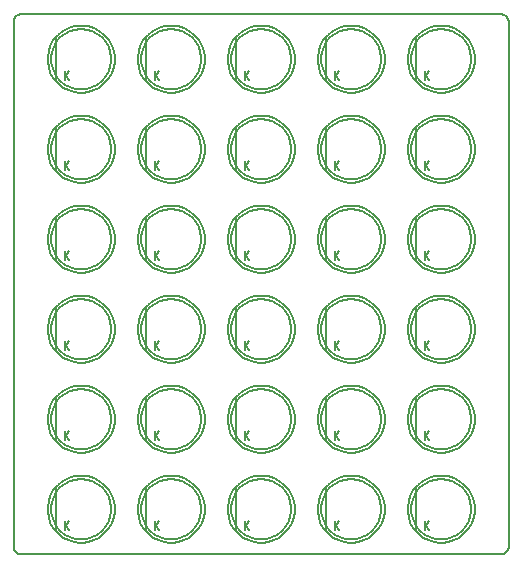
<source format=gto>
G04 PROTEUS GERBER X2 FILE*
%TF.GenerationSoftware,Labcenter,Proteus,8.6-SP2-Build23525*%
%TF.CreationDate,2019-02-04T04:32:53+00:00*%
%TF.FileFunction,Legend,Top*%
%TF.FilePolarity,Positive*%
%TF.Part,Single*%
%FSLAX45Y45*%
%MOMM*%
G01*
%TA.AperFunction,Material*%
%ADD21C,0.203200*%
%TA.AperFunction,Profile*%
%ADD71C,0.203200*%
%TD.AperFunction*%
D21*
X+381000Y+2540000D02*
X+380173Y+2560483D01*
X+373455Y+2601450D01*
X+359437Y+2642417D01*
X+336659Y+2683384D01*
X+301859Y+2724229D01*
X+260892Y+2755845D01*
X+219925Y+2776392D01*
X+178958Y+2788629D01*
X+137991Y+2793762D01*
X+127000Y+2794000D01*
X-127000Y+2540000D02*
X-126173Y+2560483D01*
X-119455Y+2601450D01*
X-105437Y+2642417D01*
X-82659Y+2683384D01*
X-47859Y+2724229D01*
X-6892Y+2755845D01*
X+34075Y+2776392D01*
X+75042Y+2788629D01*
X+116009Y+2793762D01*
X+127000Y+2794000D01*
X-127000Y+2540000D02*
X-126173Y+2519517D01*
X-119455Y+2478550D01*
X-105437Y+2437583D01*
X-82659Y+2396616D01*
X-47859Y+2355771D01*
X-6892Y+2324155D01*
X+34075Y+2303608D01*
X+75042Y+2291371D01*
X+116009Y+2286238D01*
X+127000Y+2286000D01*
X+381000Y+2540000D02*
X+380173Y+2519517D01*
X+373455Y+2478550D01*
X+359437Y+2437583D01*
X+336659Y+2396616D01*
X+301859Y+2355771D01*
X+260892Y+2324155D01*
X+219925Y+2303608D01*
X+178958Y+2291371D01*
X+137991Y+2286238D01*
X+127000Y+2286000D01*
X-88900Y+2717800D02*
X-88900Y+2362200D01*
X+410980Y+2540000D02*
X+410062Y+2562814D01*
X+402609Y+2608443D01*
X+387062Y+2654072D01*
X+361820Y+2699701D01*
X+323278Y+2745231D01*
X+277649Y+2780727D01*
X+232020Y+2803847D01*
X+186391Y+2817700D01*
X+140762Y+2823646D01*
X+127000Y+2823980D01*
X-156980Y+2540000D02*
X-156062Y+2562814D01*
X-148609Y+2608443D01*
X-133062Y+2654072D01*
X-107820Y+2699701D01*
X-69278Y+2745231D01*
X-23649Y+2780727D01*
X+21980Y+2803847D01*
X+67609Y+2817700D01*
X+113238Y+2823646D01*
X+127000Y+2823980D01*
X-156980Y+2540000D02*
X-156062Y+2517186D01*
X-148609Y+2471557D01*
X-133062Y+2425928D01*
X-107820Y+2380299D01*
X-69278Y+2334769D01*
X-23649Y+2299273D01*
X+21980Y+2276153D01*
X+67609Y+2262300D01*
X+113238Y+2256354D01*
X+127000Y+2256020D01*
X+410980Y+2540000D02*
X+410062Y+2517186D01*
X+402609Y+2471557D01*
X+387062Y+2425928D01*
X+361820Y+2380299D01*
X+323278Y+2334769D01*
X+277649Y+2299273D01*
X+232020Y+2276153D01*
X+186391Y+2262300D01*
X+140762Y+2256354D01*
X+127000Y+2256020D01*
X-12700Y+2362200D02*
X-12700Y+2438400D01*
X-12700Y+2387600D02*
X+25400Y+2438400D01*
X+0Y+2400300D02*
X+25400Y+2362200D01*
X+381000Y+1778000D02*
X+380173Y+1798483D01*
X+373455Y+1839450D01*
X+359437Y+1880417D01*
X+336659Y+1921384D01*
X+301859Y+1962229D01*
X+260892Y+1993845D01*
X+219925Y+2014392D01*
X+178958Y+2026629D01*
X+137991Y+2031762D01*
X+127000Y+2032000D01*
X-127000Y+1778000D02*
X-126173Y+1798483D01*
X-119455Y+1839450D01*
X-105437Y+1880417D01*
X-82659Y+1921384D01*
X-47859Y+1962229D01*
X-6892Y+1993845D01*
X+34075Y+2014392D01*
X+75042Y+2026629D01*
X+116009Y+2031762D01*
X+127000Y+2032000D01*
X-127000Y+1778000D02*
X-126173Y+1757517D01*
X-119455Y+1716550D01*
X-105437Y+1675583D01*
X-82659Y+1634616D01*
X-47859Y+1593771D01*
X-6892Y+1562155D01*
X+34075Y+1541608D01*
X+75042Y+1529371D01*
X+116009Y+1524238D01*
X+127000Y+1524000D01*
X+381000Y+1778000D02*
X+380173Y+1757517D01*
X+373455Y+1716550D01*
X+359437Y+1675583D01*
X+336659Y+1634616D01*
X+301859Y+1593771D01*
X+260892Y+1562155D01*
X+219925Y+1541608D01*
X+178958Y+1529371D01*
X+137991Y+1524238D01*
X+127000Y+1524000D01*
X-88900Y+1955800D02*
X-88900Y+1600200D01*
X+410980Y+1778000D02*
X+410062Y+1800814D01*
X+402609Y+1846443D01*
X+387062Y+1892072D01*
X+361820Y+1937701D01*
X+323278Y+1983231D01*
X+277649Y+2018727D01*
X+232020Y+2041847D01*
X+186391Y+2055700D01*
X+140762Y+2061646D01*
X+127000Y+2061980D01*
X-156980Y+1778000D02*
X-156062Y+1800814D01*
X-148609Y+1846443D01*
X-133062Y+1892072D01*
X-107820Y+1937701D01*
X-69278Y+1983231D01*
X-23649Y+2018727D01*
X+21980Y+2041847D01*
X+67609Y+2055700D01*
X+113238Y+2061646D01*
X+127000Y+2061980D01*
X-156980Y+1778000D02*
X-156062Y+1755186D01*
X-148609Y+1709557D01*
X-133062Y+1663928D01*
X-107820Y+1618299D01*
X-69278Y+1572769D01*
X-23649Y+1537273D01*
X+21980Y+1514153D01*
X+67609Y+1500300D01*
X+113238Y+1494354D01*
X+127000Y+1494020D01*
X+410980Y+1778000D02*
X+410062Y+1755186D01*
X+402609Y+1709557D01*
X+387062Y+1663928D01*
X+361820Y+1618299D01*
X+323278Y+1572769D01*
X+277649Y+1537273D01*
X+232020Y+1514153D01*
X+186391Y+1500300D01*
X+140762Y+1494354D01*
X+127000Y+1494020D01*
X-12700Y+1600200D02*
X-12700Y+1676400D01*
X-12700Y+1625600D02*
X+25400Y+1676400D01*
X+0Y+1638300D02*
X+25400Y+1600200D01*
X+381000Y+1016000D02*
X+380173Y+1036483D01*
X+373455Y+1077450D01*
X+359437Y+1118417D01*
X+336659Y+1159384D01*
X+301859Y+1200229D01*
X+260892Y+1231845D01*
X+219925Y+1252392D01*
X+178958Y+1264629D01*
X+137991Y+1269762D01*
X+127000Y+1270000D01*
X-127000Y+1016000D02*
X-126173Y+1036483D01*
X-119455Y+1077450D01*
X-105437Y+1118417D01*
X-82659Y+1159384D01*
X-47859Y+1200229D01*
X-6892Y+1231845D01*
X+34075Y+1252392D01*
X+75042Y+1264629D01*
X+116009Y+1269762D01*
X+127000Y+1270000D01*
X-127000Y+1016000D02*
X-126173Y+995517D01*
X-119455Y+954550D01*
X-105437Y+913583D01*
X-82659Y+872616D01*
X-47859Y+831771D01*
X-6892Y+800155D01*
X+34075Y+779608D01*
X+75042Y+767371D01*
X+116009Y+762238D01*
X+127000Y+762000D01*
X+381000Y+1016000D02*
X+380173Y+995517D01*
X+373455Y+954550D01*
X+359437Y+913583D01*
X+336659Y+872616D01*
X+301859Y+831771D01*
X+260892Y+800155D01*
X+219925Y+779608D01*
X+178958Y+767371D01*
X+137991Y+762238D01*
X+127000Y+762000D01*
X-88900Y+1193800D02*
X-88900Y+838200D01*
X+410980Y+1016000D02*
X+410062Y+1038814D01*
X+402609Y+1084443D01*
X+387062Y+1130072D01*
X+361820Y+1175701D01*
X+323278Y+1221231D01*
X+277649Y+1256727D01*
X+232020Y+1279847D01*
X+186391Y+1293700D01*
X+140762Y+1299646D01*
X+127000Y+1299980D01*
X-156980Y+1016000D02*
X-156062Y+1038814D01*
X-148609Y+1084443D01*
X-133062Y+1130072D01*
X-107820Y+1175701D01*
X-69278Y+1221231D01*
X-23649Y+1256727D01*
X+21980Y+1279847D01*
X+67609Y+1293700D01*
X+113238Y+1299646D01*
X+127000Y+1299980D01*
X-156980Y+1016000D02*
X-156062Y+993186D01*
X-148609Y+947557D01*
X-133062Y+901928D01*
X-107820Y+856299D01*
X-69278Y+810769D01*
X-23649Y+775273D01*
X+21980Y+752153D01*
X+67609Y+738300D01*
X+113238Y+732354D01*
X+127000Y+732020D01*
X+410980Y+1016000D02*
X+410062Y+993186D01*
X+402609Y+947557D01*
X+387062Y+901928D01*
X+361820Y+856299D01*
X+323278Y+810769D01*
X+277649Y+775273D01*
X+232020Y+752153D01*
X+186391Y+738300D01*
X+140762Y+732354D01*
X+127000Y+732020D01*
X-12700Y+838200D02*
X-12700Y+914400D01*
X-12700Y+863600D02*
X+25400Y+914400D01*
X+0Y+876300D02*
X+25400Y+838200D01*
X+381000Y+254000D02*
X+380173Y+274483D01*
X+373455Y+315450D01*
X+359437Y+356417D01*
X+336659Y+397384D01*
X+301859Y+438229D01*
X+260892Y+469845D01*
X+219925Y+490392D01*
X+178958Y+502629D01*
X+137991Y+507762D01*
X+127000Y+508000D01*
X-127000Y+254000D02*
X-126173Y+274483D01*
X-119455Y+315450D01*
X-105437Y+356417D01*
X-82659Y+397384D01*
X-47859Y+438229D01*
X-6892Y+469845D01*
X+34075Y+490392D01*
X+75042Y+502629D01*
X+116009Y+507762D01*
X+127000Y+508000D01*
X-127000Y+254000D02*
X-126173Y+233517D01*
X-119455Y+192550D01*
X-105437Y+151583D01*
X-82659Y+110616D01*
X-47859Y+69771D01*
X-6892Y+38155D01*
X+34075Y+17608D01*
X+75042Y+5371D01*
X+116009Y+238D01*
X+127000Y+0D01*
X+381000Y+254000D02*
X+380173Y+233517D01*
X+373455Y+192550D01*
X+359437Y+151583D01*
X+336659Y+110616D01*
X+301859Y+69771D01*
X+260892Y+38155D01*
X+219925Y+17608D01*
X+178958Y+5371D01*
X+137991Y+238D01*
X+127000Y+0D01*
X-88900Y+431800D02*
X-88900Y+76200D01*
X+410980Y+254000D02*
X+410062Y+276814D01*
X+402609Y+322443D01*
X+387062Y+368072D01*
X+361820Y+413701D01*
X+323278Y+459231D01*
X+277649Y+494727D01*
X+232020Y+517847D01*
X+186391Y+531700D01*
X+140762Y+537646D01*
X+127000Y+537980D01*
X-156980Y+254000D02*
X-156062Y+276814D01*
X-148609Y+322443D01*
X-133062Y+368072D01*
X-107820Y+413701D01*
X-69278Y+459231D01*
X-23649Y+494727D01*
X+21980Y+517847D01*
X+67609Y+531700D01*
X+113238Y+537646D01*
X+127000Y+537980D01*
X-156980Y+254000D02*
X-156062Y+231186D01*
X-148609Y+185557D01*
X-133062Y+139928D01*
X-107820Y+94299D01*
X-69278Y+48769D01*
X-23649Y+13273D01*
X+21980Y-9847D01*
X+67609Y-23700D01*
X+113238Y-29646D01*
X+127000Y-29980D01*
X+410980Y+254000D02*
X+410062Y+231186D01*
X+402609Y+185557D01*
X+387062Y+139928D01*
X+361820Y+94299D01*
X+323278Y+48769D01*
X+277649Y+13273D01*
X+232020Y-9847D01*
X+186391Y-23700D01*
X+140762Y-29646D01*
X+127000Y-29980D01*
X-12700Y+76200D02*
X-12700Y+152400D01*
X-12700Y+101600D02*
X+25400Y+152400D01*
X+0Y+114300D02*
X+25400Y+76200D01*
X+381000Y-508000D02*
X+380173Y-487517D01*
X+373455Y-446550D01*
X+359437Y-405583D01*
X+336659Y-364616D01*
X+301859Y-323771D01*
X+260892Y-292155D01*
X+219925Y-271608D01*
X+178958Y-259371D01*
X+137991Y-254238D01*
X+127000Y-254000D01*
X-127000Y-508000D02*
X-126173Y-487517D01*
X-119455Y-446550D01*
X-105437Y-405583D01*
X-82659Y-364616D01*
X-47859Y-323771D01*
X-6892Y-292155D01*
X+34075Y-271608D01*
X+75042Y-259371D01*
X+116009Y-254238D01*
X+127000Y-254000D01*
X-127000Y-508000D02*
X-126173Y-528483D01*
X-119455Y-569450D01*
X-105437Y-610417D01*
X-82659Y-651384D01*
X-47859Y-692229D01*
X-6892Y-723845D01*
X+34075Y-744392D01*
X+75042Y-756629D01*
X+116009Y-761762D01*
X+127000Y-762000D01*
X+381000Y-508000D02*
X+380173Y-528483D01*
X+373455Y-569450D01*
X+359437Y-610417D01*
X+336659Y-651384D01*
X+301859Y-692229D01*
X+260892Y-723845D01*
X+219925Y-744392D01*
X+178958Y-756629D01*
X+137991Y-761762D01*
X+127000Y-762000D01*
X-88900Y-330200D02*
X-88900Y-685800D01*
X+410980Y-508000D02*
X+410062Y-485186D01*
X+402609Y-439557D01*
X+387062Y-393928D01*
X+361820Y-348299D01*
X+323278Y-302769D01*
X+277649Y-267273D01*
X+232020Y-244153D01*
X+186391Y-230300D01*
X+140762Y-224354D01*
X+127000Y-224020D01*
X-156980Y-508000D02*
X-156062Y-485186D01*
X-148609Y-439557D01*
X-133062Y-393928D01*
X-107820Y-348299D01*
X-69278Y-302769D01*
X-23649Y-267273D01*
X+21980Y-244153D01*
X+67609Y-230300D01*
X+113238Y-224354D01*
X+127000Y-224020D01*
X-156980Y-508000D02*
X-156062Y-530814D01*
X-148609Y-576443D01*
X-133062Y-622072D01*
X-107820Y-667701D01*
X-69278Y-713231D01*
X-23649Y-748727D01*
X+21980Y-771847D01*
X+67609Y-785700D01*
X+113238Y-791646D01*
X+127000Y-791980D01*
X+410980Y-508000D02*
X+410062Y-530814D01*
X+402609Y-576443D01*
X+387062Y-622072D01*
X+361820Y-667701D01*
X+323278Y-713231D01*
X+277649Y-748727D01*
X+232020Y-771847D01*
X+186391Y-785700D01*
X+140762Y-791646D01*
X+127000Y-791980D01*
X-12700Y-685800D02*
X-12700Y-609600D01*
X-12700Y-660400D02*
X+25400Y-609600D01*
X+0Y-647700D02*
X+25400Y-685800D01*
X+381000Y-1270000D02*
X+380173Y-1249517D01*
X+373455Y-1208550D01*
X+359437Y-1167583D01*
X+336659Y-1126616D01*
X+301859Y-1085771D01*
X+260892Y-1054155D01*
X+219925Y-1033608D01*
X+178958Y-1021371D01*
X+137991Y-1016238D01*
X+127000Y-1016000D01*
X-127000Y-1270000D02*
X-126173Y-1249517D01*
X-119455Y-1208550D01*
X-105437Y-1167583D01*
X-82659Y-1126616D01*
X-47859Y-1085771D01*
X-6892Y-1054155D01*
X+34075Y-1033608D01*
X+75042Y-1021371D01*
X+116009Y-1016238D01*
X+127000Y-1016000D01*
X-127000Y-1270000D02*
X-126173Y-1290483D01*
X-119455Y-1331450D01*
X-105437Y-1372417D01*
X-82659Y-1413384D01*
X-47859Y-1454229D01*
X-6892Y-1485845D01*
X+34075Y-1506392D01*
X+75042Y-1518629D01*
X+116009Y-1523762D01*
X+127000Y-1524000D01*
X+381000Y-1270000D02*
X+380173Y-1290483D01*
X+373455Y-1331450D01*
X+359437Y-1372417D01*
X+336659Y-1413384D01*
X+301859Y-1454229D01*
X+260892Y-1485845D01*
X+219925Y-1506392D01*
X+178958Y-1518629D01*
X+137991Y-1523762D01*
X+127000Y-1524000D01*
X-88900Y-1092200D02*
X-88900Y-1447800D01*
X+410980Y-1270000D02*
X+410062Y-1247186D01*
X+402609Y-1201557D01*
X+387062Y-1155928D01*
X+361820Y-1110299D01*
X+323278Y-1064769D01*
X+277649Y-1029273D01*
X+232020Y-1006153D01*
X+186391Y-992300D01*
X+140762Y-986354D01*
X+127000Y-986020D01*
X-156980Y-1270000D02*
X-156062Y-1247186D01*
X-148609Y-1201557D01*
X-133062Y-1155928D01*
X-107820Y-1110299D01*
X-69278Y-1064769D01*
X-23649Y-1029273D01*
X+21980Y-1006153D01*
X+67609Y-992300D01*
X+113238Y-986354D01*
X+127000Y-986020D01*
X-156980Y-1270000D02*
X-156062Y-1292814D01*
X-148609Y-1338443D01*
X-133062Y-1384072D01*
X-107820Y-1429701D01*
X-69278Y-1475231D01*
X-23649Y-1510727D01*
X+21980Y-1533847D01*
X+67609Y-1547700D01*
X+113238Y-1553646D01*
X+127000Y-1553980D01*
X+410980Y-1270000D02*
X+410062Y-1292814D01*
X+402609Y-1338443D01*
X+387062Y-1384072D01*
X+361820Y-1429701D01*
X+323278Y-1475231D01*
X+277649Y-1510727D01*
X+232020Y-1533847D01*
X+186391Y-1547700D01*
X+140762Y-1553646D01*
X+127000Y-1553980D01*
X-12700Y-1447800D02*
X-12700Y-1371600D01*
X-12700Y-1422400D02*
X+25400Y-1371600D01*
X+0Y-1409700D02*
X+25400Y-1447800D01*
X+1143000Y+2540000D02*
X+1142173Y+2560483D01*
X+1135455Y+2601450D01*
X+1121437Y+2642417D01*
X+1098659Y+2683384D01*
X+1063859Y+2724229D01*
X+1022892Y+2755845D01*
X+981925Y+2776392D01*
X+940958Y+2788629D01*
X+899991Y+2793762D01*
X+889000Y+2794000D01*
X+635000Y+2540000D02*
X+635827Y+2560483D01*
X+642545Y+2601450D01*
X+656563Y+2642417D01*
X+679341Y+2683384D01*
X+714141Y+2724229D01*
X+755108Y+2755845D01*
X+796075Y+2776392D01*
X+837042Y+2788629D01*
X+878009Y+2793762D01*
X+889000Y+2794000D01*
X+635000Y+2540000D02*
X+635827Y+2519517D01*
X+642545Y+2478550D01*
X+656563Y+2437583D01*
X+679341Y+2396616D01*
X+714141Y+2355771D01*
X+755108Y+2324155D01*
X+796075Y+2303608D01*
X+837042Y+2291371D01*
X+878009Y+2286238D01*
X+889000Y+2286000D01*
X+1143000Y+2540000D02*
X+1142173Y+2519517D01*
X+1135455Y+2478550D01*
X+1121437Y+2437583D01*
X+1098659Y+2396616D01*
X+1063859Y+2355771D01*
X+1022892Y+2324155D01*
X+981925Y+2303608D01*
X+940958Y+2291371D01*
X+899991Y+2286238D01*
X+889000Y+2286000D01*
X+673100Y+2717800D02*
X+673100Y+2362200D01*
X+1172980Y+2540000D02*
X+1172062Y+2562814D01*
X+1164609Y+2608443D01*
X+1149062Y+2654072D01*
X+1123820Y+2699701D01*
X+1085278Y+2745231D01*
X+1039649Y+2780727D01*
X+994020Y+2803847D01*
X+948391Y+2817700D01*
X+902762Y+2823646D01*
X+889000Y+2823980D01*
X+605020Y+2540000D02*
X+605938Y+2562814D01*
X+613391Y+2608443D01*
X+628938Y+2654072D01*
X+654180Y+2699701D01*
X+692722Y+2745231D01*
X+738351Y+2780727D01*
X+783980Y+2803847D01*
X+829609Y+2817700D01*
X+875238Y+2823646D01*
X+889000Y+2823980D01*
X+605020Y+2540000D02*
X+605938Y+2517186D01*
X+613391Y+2471557D01*
X+628938Y+2425928D01*
X+654180Y+2380299D01*
X+692722Y+2334769D01*
X+738351Y+2299273D01*
X+783980Y+2276153D01*
X+829609Y+2262300D01*
X+875238Y+2256354D01*
X+889000Y+2256020D01*
X+1172980Y+2540000D02*
X+1172062Y+2517186D01*
X+1164609Y+2471557D01*
X+1149062Y+2425928D01*
X+1123820Y+2380299D01*
X+1085278Y+2334769D01*
X+1039649Y+2299273D01*
X+994020Y+2276153D01*
X+948391Y+2262300D01*
X+902762Y+2256354D01*
X+889000Y+2256020D01*
X+749300Y+2362200D02*
X+749300Y+2438400D01*
X+749300Y+2387600D02*
X+787400Y+2438400D01*
X+762000Y+2400300D02*
X+787400Y+2362200D01*
X+1143000Y+1778000D02*
X+1142173Y+1798483D01*
X+1135455Y+1839450D01*
X+1121437Y+1880417D01*
X+1098659Y+1921384D01*
X+1063859Y+1962229D01*
X+1022892Y+1993845D01*
X+981925Y+2014392D01*
X+940958Y+2026629D01*
X+899991Y+2031762D01*
X+889000Y+2032000D01*
X+635000Y+1778000D02*
X+635827Y+1798483D01*
X+642545Y+1839450D01*
X+656563Y+1880417D01*
X+679341Y+1921384D01*
X+714141Y+1962229D01*
X+755108Y+1993845D01*
X+796075Y+2014392D01*
X+837042Y+2026629D01*
X+878009Y+2031762D01*
X+889000Y+2032000D01*
X+635000Y+1778000D02*
X+635827Y+1757517D01*
X+642545Y+1716550D01*
X+656563Y+1675583D01*
X+679341Y+1634616D01*
X+714141Y+1593771D01*
X+755108Y+1562155D01*
X+796075Y+1541608D01*
X+837042Y+1529371D01*
X+878009Y+1524238D01*
X+889000Y+1524000D01*
X+1143000Y+1778000D02*
X+1142173Y+1757517D01*
X+1135455Y+1716550D01*
X+1121437Y+1675583D01*
X+1098659Y+1634616D01*
X+1063859Y+1593771D01*
X+1022892Y+1562155D01*
X+981925Y+1541608D01*
X+940958Y+1529371D01*
X+899991Y+1524238D01*
X+889000Y+1524000D01*
X+673100Y+1955800D02*
X+673100Y+1600200D01*
X+1172980Y+1778000D02*
X+1172062Y+1800814D01*
X+1164609Y+1846443D01*
X+1149062Y+1892072D01*
X+1123820Y+1937701D01*
X+1085278Y+1983231D01*
X+1039649Y+2018727D01*
X+994020Y+2041847D01*
X+948391Y+2055700D01*
X+902762Y+2061646D01*
X+889000Y+2061980D01*
X+605020Y+1778000D02*
X+605938Y+1800814D01*
X+613391Y+1846443D01*
X+628938Y+1892072D01*
X+654180Y+1937701D01*
X+692722Y+1983231D01*
X+738351Y+2018727D01*
X+783980Y+2041847D01*
X+829609Y+2055700D01*
X+875238Y+2061646D01*
X+889000Y+2061980D01*
X+605020Y+1778000D02*
X+605938Y+1755186D01*
X+613391Y+1709557D01*
X+628938Y+1663928D01*
X+654180Y+1618299D01*
X+692722Y+1572769D01*
X+738351Y+1537273D01*
X+783980Y+1514153D01*
X+829609Y+1500300D01*
X+875238Y+1494354D01*
X+889000Y+1494020D01*
X+1172980Y+1778000D02*
X+1172062Y+1755186D01*
X+1164609Y+1709557D01*
X+1149062Y+1663928D01*
X+1123820Y+1618299D01*
X+1085278Y+1572769D01*
X+1039649Y+1537273D01*
X+994020Y+1514153D01*
X+948391Y+1500300D01*
X+902762Y+1494354D01*
X+889000Y+1494020D01*
X+749300Y+1600200D02*
X+749300Y+1676400D01*
X+749300Y+1625600D02*
X+787400Y+1676400D01*
X+762000Y+1638300D02*
X+787400Y+1600200D01*
X+1143000Y+1016000D02*
X+1142173Y+1036483D01*
X+1135455Y+1077450D01*
X+1121437Y+1118417D01*
X+1098659Y+1159384D01*
X+1063859Y+1200229D01*
X+1022892Y+1231845D01*
X+981925Y+1252392D01*
X+940958Y+1264629D01*
X+899991Y+1269762D01*
X+889000Y+1270000D01*
X+635000Y+1016000D02*
X+635827Y+1036483D01*
X+642545Y+1077450D01*
X+656563Y+1118417D01*
X+679341Y+1159384D01*
X+714141Y+1200229D01*
X+755108Y+1231845D01*
X+796075Y+1252392D01*
X+837042Y+1264629D01*
X+878009Y+1269762D01*
X+889000Y+1270000D01*
X+635000Y+1016000D02*
X+635827Y+995517D01*
X+642545Y+954550D01*
X+656563Y+913583D01*
X+679341Y+872616D01*
X+714141Y+831771D01*
X+755108Y+800155D01*
X+796075Y+779608D01*
X+837042Y+767371D01*
X+878009Y+762238D01*
X+889000Y+762000D01*
X+1143000Y+1016000D02*
X+1142173Y+995517D01*
X+1135455Y+954550D01*
X+1121437Y+913583D01*
X+1098659Y+872616D01*
X+1063859Y+831771D01*
X+1022892Y+800155D01*
X+981925Y+779608D01*
X+940958Y+767371D01*
X+899991Y+762238D01*
X+889000Y+762000D01*
X+673100Y+1193800D02*
X+673100Y+838200D01*
X+1172980Y+1016000D02*
X+1172062Y+1038814D01*
X+1164609Y+1084443D01*
X+1149062Y+1130072D01*
X+1123820Y+1175701D01*
X+1085278Y+1221231D01*
X+1039649Y+1256727D01*
X+994020Y+1279847D01*
X+948391Y+1293700D01*
X+902762Y+1299646D01*
X+889000Y+1299980D01*
X+605020Y+1016000D02*
X+605938Y+1038814D01*
X+613391Y+1084443D01*
X+628938Y+1130072D01*
X+654180Y+1175701D01*
X+692722Y+1221231D01*
X+738351Y+1256727D01*
X+783980Y+1279847D01*
X+829609Y+1293700D01*
X+875238Y+1299646D01*
X+889000Y+1299980D01*
X+605020Y+1016000D02*
X+605938Y+993186D01*
X+613391Y+947557D01*
X+628938Y+901928D01*
X+654180Y+856299D01*
X+692722Y+810769D01*
X+738351Y+775273D01*
X+783980Y+752153D01*
X+829609Y+738300D01*
X+875238Y+732354D01*
X+889000Y+732020D01*
X+1172980Y+1016000D02*
X+1172062Y+993186D01*
X+1164609Y+947557D01*
X+1149062Y+901928D01*
X+1123820Y+856299D01*
X+1085278Y+810769D01*
X+1039649Y+775273D01*
X+994020Y+752153D01*
X+948391Y+738300D01*
X+902762Y+732354D01*
X+889000Y+732020D01*
X+749300Y+838200D02*
X+749300Y+914400D01*
X+749300Y+863600D02*
X+787400Y+914400D01*
X+762000Y+876300D02*
X+787400Y+838200D01*
X+1143000Y+254000D02*
X+1142173Y+274483D01*
X+1135455Y+315450D01*
X+1121437Y+356417D01*
X+1098659Y+397384D01*
X+1063859Y+438229D01*
X+1022892Y+469845D01*
X+981925Y+490392D01*
X+940958Y+502629D01*
X+899991Y+507762D01*
X+889000Y+508000D01*
X+635000Y+254000D02*
X+635827Y+274483D01*
X+642545Y+315450D01*
X+656563Y+356417D01*
X+679341Y+397384D01*
X+714141Y+438229D01*
X+755108Y+469845D01*
X+796075Y+490392D01*
X+837042Y+502629D01*
X+878009Y+507762D01*
X+889000Y+508000D01*
X+635000Y+254000D02*
X+635827Y+233517D01*
X+642545Y+192550D01*
X+656563Y+151583D01*
X+679341Y+110616D01*
X+714141Y+69771D01*
X+755108Y+38155D01*
X+796075Y+17608D01*
X+837042Y+5371D01*
X+878009Y+238D01*
X+889000Y+0D01*
X+1143000Y+254000D02*
X+1142173Y+233517D01*
X+1135455Y+192550D01*
X+1121437Y+151583D01*
X+1098659Y+110616D01*
X+1063859Y+69771D01*
X+1022892Y+38155D01*
X+981925Y+17608D01*
X+940958Y+5371D01*
X+899991Y+238D01*
X+889000Y+0D01*
X+673100Y+431800D02*
X+673100Y+76200D01*
X+1172980Y+254000D02*
X+1172062Y+276814D01*
X+1164609Y+322443D01*
X+1149062Y+368072D01*
X+1123820Y+413701D01*
X+1085278Y+459231D01*
X+1039649Y+494727D01*
X+994020Y+517847D01*
X+948391Y+531700D01*
X+902762Y+537646D01*
X+889000Y+537980D01*
X+605020Y+254000D02*
X+605938Y+276814D01*
X+613391Y+322443D01*
X+628938Y+368072D01*
X+654180Y+413701D01*
X+692722Y+459231D01*
X+738351Y+494727D01*
X+783980Y+517847D01*
X+829609Y+531700D01*
X+875238Y+537646D01*
X+889000Y+537980D01*
X+605020Y+254000D02*
X+605938Y+231186D01*
X+613391Y+185557D01*
X+628938Y+139928D01*
X+654180Y+94299D01*
X+692722Y+48769D01*
X+738351Y+13273D01*
X+783980Y-9847D01*
X+829609Y-23700D01*
X+875238Y-29646D01*
X+889000Y-29980D01*
X+1172980Y+254000D02*
X+1172062Y+231186D01*
X+1164609Y+185557D01*
X+1149062Y+139928D01*
X+1123820Y+94299D01*
X+1085278Y+48769D01*
X+1039649Y+13273D01*
X+994020Y-9847D01*
X+948391Y-23700D01*
X+902762Y-29646D01*
X+889000Y-29980D01*
X+749300Y+76200D02*
X+749300Y+152400D01*
X+749300Y+101600D02*
X+787400Y+152400D01*
X+762000Y+114300D02*
X+787400Y+76200D01*
X+1143000Y-508000D02*
X+1142173Y-487517D01*
X+1135455Y-446550D01*
X+1121437Y-405583D01*
X+1098659Y-364616D01*
X+1063859Y-323771D01*
X+1022892Y-292155D01*
X+981925Y-271608D01*
X+940958Y-259371D01*
X+899991Y-254238D01*
X+889000Y-254000D01*
X+635000Y-508000D02*
X+635827Y-487517D01*
X+642545Y-446550D01*
X+656563Y-405583D01*
X+679341Y-364616D01*
X+714141Y-323771D01*
X+755108Y-292155D01*
X+796075Y-271608D01*
X+837042Y-259371D01*
X+878009Y-254238D01*
X+889000Y-254000D01*
X+635000Y-508000D02*
X+635827Y-528483D01*
X+642545Y-569450D01*
X+656563Y-610417D01*
X+679341Y-651384D01*
X+714141Y-692229D01*
X+755108Y-723845D01*
X+796075Y-744392D01*
X+837042Y-756629D01*
X+878009Y-761762D01*
X+889000Y-762000D01*
X+1143000Y-508000D02*
X+1142173Y-528483D01*
X+1135455Y-569450D01*
X+1121437Y-610417D01*
X+1098659Y-651384D01*
X+1063859Y-692229D01*
X+1022892Y-723845D01*
X+981925Y-744392D01*
X+940958Y-756629D01*
X+899991Y-761762D01*
X+889000Y-762000D01*
X+673100Y-330200D02*
X+673100Y-685800D01*
X+1172980Y-508000D02*
X+1172062Y-485186D01*
X+1164609Y-439557D01*
X+1149062Y-393928D01*
X+1123820Y-348299D01*
X+1085278Y-302769D01*
X+1039649Y-267273D01*
X+994020Y-244153D01*
X+948391Y-230300D01*
X+902762Y-224354D01*
X+889000Y-224020D01*
X+605020Y-508000D02*
X+605938Y-485186D01*
X+613391Y-439557D01*
X+628938Y-393928D01*
X+654180Y-348299D01*
X+692722Y-302769D01*
X+738351Y-267273D01*
X+783980Y-244153D01*
X+829609Y-230300D01*
X+875238Y-224354D01*
X+889000Y-224020D01*
X+605020Y-508000D02*
X+605938Y-530814D01*
X+613391Y-576443D01*
X+628938Y-622072D01*
X+654180Y-667701D01*
X+692722Y-713231D01*
X+738351Y-748727D01*
X+783980Y-771847D01*
X+829609Y-785700D01*
X+875238Y-791646D01*
X+889000Y-791980D01*
X+1172980Y-508000D02*
X+1172062Y-530814D01*
X+1164609Y-576443D01*
X+1149062Y-622072D01*
X+1123820Y-667701D01*
X+1085278Y-713231D01*
X+1039649Y-748727D01*
X+994020Y-771847D01*
X+948391Y-785700D01*
X+902762Y-791646D01*
X+889000Y-791980D01*
X+749300Y-685800D02*
X+749300Y-609600D01*
X+749300Y-660400D02*
X+787400Y-609600D01*
X+762000Y-647700D02*
X+787400Y-685800D01*
X+1143000Y-1270000D02*
X+1142173Y-1249517D01*
X+1135455Y-1208550D01*
X+1121437Y-1167583D01*
X+1098659Y-1126616D01*
X+1063859Y-1085771D01*
X+1022892Y-1054155D01*
X+981925Y-1033608D01*
X+940958Y-1021371D01*
X+899991Y-1016238D01*
X+889000Y-1016000D01*
X+635000Y-1270000D02*
X+635827Y-1249517D01*
X+642545Y-1208550D01*
X+656563Y-1167583D01*
X+679341Y-1126616D01*
X+714141Y-1085771D01*
X+755108Y-1054155D01*
X+796075Y-1033608D01*
X+837042Y-1021371D01*
X+878009Y-1016238D01*
X+889000Y-1016000D01*
X+635000Y-1270000D02*
X+635827Y-1290483D01*
X+642545Y-1331450D01*
X+656563Y-1372417D01*
X+679341Y-1413384D01*
X+714141Y-1454229D01*
X+755108Y-1485845D01*
X+796075Y-1506392D01*
X+837042Y-1518629D01*
X+878009Y-1523762D01*
X+889000Y-1524000D01*
X+1143000Y-1270000D02*
X+1142173Y-1290483D01*
X+1135455Y-1331450D01*
X+1121437Y-1372417D01*
X+1098659Y-1413384D01*
X+1063859Y-1454229D01*
X+1022892Y-1485845D01*
X+981925Y-1506392D01*
X+940958Y-1518629D01*
X+899991Y-1523762D01*
X+889000Y-1524000D01*
X+673100Y-1092200D02*
X+673100Y-1447800D01*
X+1172980Y-1270000D02*
X+1172062Y-1247186D01*
X+1164609Y-1201557D01*
X+1149062Y-1155928D01*
X+1123820Y-1110299D01*
X+1085278Y-1064769D01*
X+1039649Y-1029273D01*
X+994020Y-1006153D01*
X+948391Y-992300D01*
X+902762Y-986354D01*
X+889000Y-986020D01*
X+605020Y-1270000D02*
X+605938Y-1247186D01*
X+613391Y-1201557D01*
X+628938Y-1155928D01*
X+654180Y-1110299D01*
X+692722Y-1064769D01*
X+738351Y-1029273D01*
X+783980Y-1006153D01*
X+829609Y-992300D01*
X+875238Y-986354D01*
X+889000Y-986020D01*
X+605020Y-1270000D02*
X+605938Y-1292814D01*
X+613391Y-1338443D01*
X+628938Y-1384072D01*
X+654180Y-1429701D01*
X+692722Y-1475231D01*
X+738351Y-1510727D01*
X+783980Y-1533847D01*
X+829609Y-1547700D01*
X+875238Y-1553646D01*
X+889000Y-1553980D01*
X+1172980Y-1270000D02*
X+1172062Y-1292814D01*
X+1164609Y-1338443D01*
X+1149062Y-1384072D01*
X+1123820Y-1429701D01*
X+1085278Y-1475231D01*
X+1039649Y-1510727D01*
X+994020Y-1533847D01*
X+948391Y-1547700D01*
X+902762Y-1553646D01*
X+889000Y-1553980D01*
X+749300Y-1447800D02*
X+749300Y-1371600D01*
X+749300Y-1422400D02*
X+787400Y-1371600D01*
X+762000Y-1409700D02*
X+787400Y-1447800D01*
X+1905000Y+2540000D02*
X+1904173Y+2560483D01*
X+1897455Y+2601450D01*
X+1883437Y+2642417D01*
X+1860659Y+2683384D01*
X+1825859Y+2724229D01*
X+1784892Y+2755845D01*
X+1743925Y+2776392D01*
X+1702958Y+2788629D01*
X+1661991Y+2793762D01*
X+1651000Y+2794000D01*
X+1397000Y+2540000D02*
X+1397827Y+2560483D01*
X+1404545Y+2601450D01*
X+1418563Y+2642417D01*
X+1441341Y+2683384D01*
X+1476141Y+2724229D01*
X+1517108Y+2755845D01*
X+1558075Y+2776392D01*
X+1599042Y+2788629D01*
X+1640009Y+2793762D01*
X+1651000Y+2794000D01*
X+1397000Y+2540000D02*
X+1397827Y+2519517D01*
X+1404545Y+2478550D01*
X+1418563Y+2437583D01*
X+1441341Y+2396616D01*
X+1476141Y+2355771D01*
X+1517108Y+2324155D01*
X+1558075Y+2303608D01*
X+1599042Y+2291371D01*
X+1640009Y+2286238D01*
X+1651000Y+2286000D01*
X+1905000Y+2540000D02*
X+1904173Y+2519517D01*
X+1897455Y+2478550D01*
X+1883437Y+2437583D01*
X+1860659Y+2396616D01*
X+1825859Y+2355771D01*
X+1784892Y+2324155D01*
X+1743925Y+2303608D01*
X+1702958Y+2291371D01*
X+1661991Y+2286238D01*
X+1651000Y+2286000D01*
X+1435100Y+2717800D02*
X+1435100Y+2362200D01*
X+1934980Y+2540000D02*
X+1934062Y+2562814D01*
X+1926609Y+2608443D01*
X+1911062Y+2654072D01*
X+1885820Y+2699701D01*
X+1847278Y+2745231D01*
X+1801649Y+2780727D01*
X+1756020Y+2803847D01*
X+1710391Y+2817700D01*
X+1664762Y+2823646D01*
X+1651000Y+2823980D01*
X+1367020Y+2540000D02*
X+1367938Y+2562814D01*
X+1375391Y+2608443D01*
X+1390938Y+2654072D01*
X+1416180Y+2699701D01*
X+1454722Y+2745231D01*
X+1500351Y+2780727D01*
X+1545980Y+2803847D01*
X+1591609Y+2817700D01*
X+1637238Y+2823646D01*
X+1651000Y+2823980D01*
X+1367020Y+2540000D02*
X+1367938Y+2517186D01*
X+1375391Y+2471557D01*
X+1390938Y+2425928D01*
X+1416180Y+2380299D01*
X+1454722Y+2334769D01*
X+1500351Y+2299273D01*
X+1545980Y+2276153D01*
X+1591609Y+2262300D01*
X+1637238Y+2256354D01*
X+1651000Y+2256020D01*
X+1934980Y+2540000D02*
X+1934062Y+2517186D01*
X+1926609Y+2471557D01*
X+1911062Y+2425928D01*
X+1885820Y+2380299D01*
X+1847278Y+2334769D01*
X+1801649Y+2299273D01*
X+1756020Y+2276153D01*
X+1710391Y+2262300D01*
X+1664762Y+2256354D01*
X+1651000Y+2256020D01*
X+1511300Y+2362200D02*
X+1511300Y+2438400D01*
X+1511300Y+2387600D02*
X+1549400Y+2438400D01*
X+1524000Y+2400300D02*
X+1549400Y+2362200D01*
X+1905000Y+1778000D02*
X+1904173Y+1798483D01*
X+1897455Y+1839450D01*
X+1883437Y+1880417D01*
X+1860659Y+1921384D01*
X+1825859Y+1962229D01*
X+1784892Y+1993845D01*
X+1743925Y+2014392D01*
X+1702958Y+2026629D01*
X+1661991Y+2031762D01*
X+1651000Y+2032000D01*
X+1397000Y+1778000D02*
X+1397827Y+1798483D01*
X+1404545Y+1839450D01*
X+1418563Y+1880417D01*
X+1441341Y+1921384D01*
X+1476141Y+1962229D01*
X+1517108Y+1993845D01*
X+1558075Y+2014392D01*
X+1599042Y+2026629D01*
X+1640009Y+2031762D01*
X+1651000Y+2032000D01*
X+1397000Y+1778000D02*
X+1397827Y+1757517D01*
X+1404545Y+1716550D01*
X+1418563Y+1675583D01*
X+1441341Y+1634616D01*
X+1476141Y+1593771D01*
X+1517108Y+1562155D01*
X+1558075Y+1541608D01*
X+1599042Y+1529371D01*
X+1640009Y+1524238D01*
X+1651000Y+1524000D01*
X+1905000Y+1778000D02*
X+1904173Y+1757517D01*
X+1897455Y+1716550D01*
X+1883437Y+1675583D01*
X+1860659Y+1634616D01*
X+1825859Y+1593771D01*
X+1784892Y+1562155D01*
X+1743925Y+1541608D01*
X+1702958Y+1529371D01*
X+1661991Y+1524238D01*
X+1651000Y+1524000D01*
X+1435100Y+1955800D02*
X+1435100Y+1600200D01*
X+1934980Y+1778000D02*
X+1934062Y+1800814D01*
X+1926609Y+1846443D01*
X+1911062Y+1892072D01*
X+1885820Y+1937701D01*
X+1847278Y+1983231D01*
X+1801649Y+2018727D01*
X+1756020Y+2041847D01*
X+1710391Y+2055700D01*
X+1664762Y+2061646D01*
X+1651000Y+2061980D01*
X+1367020Y+1778000D02*
X+1367938Y+1800814D01*
X+1375391Y+1846443D01*
X+1390938Y+1892072D01*
X+1416180Y+1937701D01*
X+1454722Y+1983231D01*
X+1500351Y+2018727D01*
X+1545980Y+2041847D01*
X+1591609Y+2055700D01*
X+1637238Y+2061646D01*
X+1651000Y+2061980D01*
X+1367020Y+1778000D02*
X+1367938Y+1755186D01*
X+1375391Y+1709557D01*
X+1390938Y+1663928D01*
X+1416180Y+1618299D01*
X+1454722Y+1572769D01*
X+1500351Y+1537273D01*
X+1545980Y+1514153D01*
X+1591609Y+1500300D01*
X+1637238Y+1494354D01*
X+1651000Y+1494020D01*
X+1934980Y+1778000D02*
X+1934062Y+1755186D01*
X+1926609Y+1709557D01*
X+1911062Y+1663928D01*
X+1885820Y+1618299D01*
X+1847278Y+1572769D01*
X+1801649Y+1537273D01*
X+1756020Y+1514153D01*
X+1710391Y+1500300D01*
X+1664762Y+1494354D01*
X+1651000Y+1494020D01*
X+1511300Y+1600200D02*
X+1511300Y+1676400D01*
X+1511300Y+1625600D02*
X+1549400Y+1676400D01*
X+1524000Y+1638300D02*
X+1549400Y+1600200D01*
X+1905000Y+1016000D02*
X+1904173Y+1036483D01*
X+1897455Y+1077450D01*
X+1883437Y+1118417D01*
X+1860659Y+1159384D01*
X+1825859Y+1200229D01*
X+1784892Y+1231845D01*
X+1743925Y+1252392D01*
X+1702958Y+1264629D01*
X+1661991Y+1269762D01*
X+1651000Y+1270000D01*
X+1397000Y+1016000D02*
X+1397827Y+1036483D01*
X+1404545Y+1077450D01*
X+1418563Y+1118417D01*
X+1441341Y+1159384D01*
X+1476141Y+1200229D01*
X+1517108Y+1231845D01*
X+1558075Y+1252392D01*
X+1599042Y+1264629D01*
X+1640009Y+1269762D01*
X+1651000Y+1270000D01*
X+1397000Y+1016000D02*
X+1397827Y+995517D01*
X+1404545Y+954550D01*
X+1418563Y+913583D01*
X+1441341Y+872616D01*
X+1476141Y+831771D01*
X+1517108Y+800155D01*
X+1558075Y+779608D01*
X+1599042Y+767371D01*
X+1640009Y+762238D01*
X+1651000Y+762000D01*
X+1905000Y+1016000D02*
X+1904173Y+995517D01*
X+1897455Y+954550D01*
X+1883437Y+913583D01*
X+1860659Y+872616D01*
X+1825859Y+831771D01*
X+1784892Y+800155D01*
X+1743925Y+779608D01*
X+1702958Y+767371D01*
X+1661991Y+762238D01*
X+1651000Y+762000D01*
X+1435100Y+1193800D02*
X+1435100Y+838200D01*
X+1934980Y+1016000D02*
X+1934062Y+1038814D01*
X+1926609Y+1084443D01*
X+1911062Y+1130072D01*
X+1885820Y+1175701D01*
X+1847278Y+1221231D01*
X+1801649Y+1256727D01*
X+1756020Y+1279847D01*
X+1710391Y+1293700D01*
X+1664762Y+1299646D01*
X+1651000Y+1299980D01*
X+1367020Y+1016000D02*
X+1367938Y+1038814D01*
X+1375391Y+1084443D01*
X+1390938Y+1130072D01*
X+1416180Y+1175701D01*
X+1454722Y+1221231D01*
X+1500351Y+1256727D01*
X+1545980Y+1279847D01*
X+1591609Y+1293700D01*
X+1637238Y+1299646D01*
X+1651000Y+1299980D01*
X+1367020Y+1016000D02*
X+1367938Y+993186D01*
X+1375391Y+947557D01*
X+1390938Y+901928D01*
X+1416180Y+856299D01*
X+1454722Y+810769D01*
X+1500351Y+775273D01*
X+1545980Y+752153D01*
X+1591609Y+738300D01*
X+1637238Y+732354D01*
X+1651000Y+732020D01*
X+1934980Y+1016000D02*
X+1934062Y+993186D01*
X+1926609Y+947557D01*
X+1911062Y+901928D01*
X+1885820Y+856299D01*
X+1847278Y+810769D01*
X+1801649Y+775273D01*
X+1756020Y+752153D01*
X+1710391Y+738300D01*
X+1664762Y+732354D01*
X+1651000Y+732020D01*
X+1511300Y+838200D02*
X+1511300Y+914400D01*
X+1511300Y+863600D02*
X+1549400Y+914400D01*
X+1524000Y+876300D02*
X+1549400Y+838200D01*
X+1905000Y+254000D02*
X+1904173Y+274483D01*
X+1897455Y+315450D01*
X+1883437Y+356417D01*
X+1860659Y+397384D01*
X+1825859Y+438229D01*
X+1784892Y+469845D01*
X+1743925Y+490392D01*
X+1702958Y+502629D01*
X+1661991Y+507762D01*
X+1651000Y+508000D01*
X+1397000Y+254000D02*
X+1397827Y+274483D01*
X+1404545Y+315450D01*
X+1418563Y+356417D01*
X+1441341Y+397384D01*
X+1476141Y+438229D01*
X+1517108Y+469845D01*
X+1558075Y+490392D01*
X+1599042Y+502629D01*
X+1640009Y+507762D01*
X+1651000Y+508000D01*
X+1397000Y+254000D02*
X+1397827Y+233517D01*
X+1404545Y+192550D01*
X+1418563Y+151583D01*
X+1441341Y+110616D01*
X+1476141Y+69771D01*
X+1517108Y+38155D01*
X+1558075Y+17608D01*
X+1599042Y+5371D01*
X+1640009Y+238D01*
X+1651000Y+0D01*
X+1905000Y+254000D02*
X+1904173Y+233517D01*
X+1897455Y+192550D01*
X+1883437Y+151583D01*
X+1860659Y+110616D01*
X+1825859Y+69771D01*
X+1784892Y+38155D01*
X+1743925Y+17608D01*
X+1702958Y+5371D01*
X+1661991Y+238D01*
X+1651000Y+0D01*
X+1435100Y+431800D02*
X+1435100Y+76200D01*
X+1934980Y+254000D02*
X+1934062Y+276814D01*
X+1926609Y+322443D01*
X+1911062Y+368072D01*
X+1885820Y+413701D01*
X+1847278Y+459231D01*
X+1801649Y+494727D01*
X+1756020Y+517847D01*
X+1710391Y+531700D01*
X+1664762Y+537646D01*
X+1651000Y+537980D01*
X+1367020Y+254000D02*
X+1367938Y+276814D01*
X+1375391Y+322443D01*
X+1390938Y+368072D01*
X+1416180Y+413701D01*
X+1454722Y+459231D01*
X+1500351Y+494727D01*
X+1545980Y+517847D01*
X+1591609Y+531700D01*
X+1637238Y+537646D01*
X+1651000Y+537980D01*
X+1367020Y+254000D02*
X+1367938Y+231186D01*
X+1375391Y+185557D01*
X+1390938Y+139928D01*
X+1416180Y+94299D01*
X+1454722Y+48769D01*
X+1500351Y+13273D01*
X+1545980Y-9847D01*
X+1591609Y-23700D01*
X+1637238Y-29646D01*
X+1651000Y-29980D01*
X+1934980Y+254000D02*
X+1934062Y+231186D01*
X+1926609Y+185557D01*
X+1911062Y+139928D01*
X+1885820Y+94299D01*
X+1847278Y+48769D01*
X+1801649Y+13273D01*
X+1756020Y-9847D01*
X+1710391Y-23700D01*
X+1664762Y-29646D01*
X+1651000Y-29980D01*
X+1511300Y+76200D02*
X+1511300Y+152400D01*
X+1511300Y+101600D02*
X+1549400Y+152400D01*
X+1524000Y+114300D02*
X+1549400Y+76200D01*
X+1905000Y-508000D02*
X+1904173Y-487517D01*
X+1897455Y-446550D01*
X+1883437Y-405583D01*
X+1860659Y-364616D01*
X+1825859Y-323771D01*
X+1784892Y-292155D01*
X+1743925Y-271608D01*
X+1702958Y-259371D01*
X+1661991Y-254238D01*
X+1651000Y-254000D01*
X+1397000Y-508000D02*
X+1397827Y-487517D01*
X+1404545Y-446550D01*
X+1418563Y-405583D01*
X+1441341Y-364616D01*
X+1476141Y-323771D01*
X+1517108Y-292155D01*
X+1558075Y-271608D01*
X+1599042Y-259371D01*
X+1640009Y-254238D01*
X+1651000Y-254000D01*
X+1397000Y-508000D02*
X+1397827Y-528483D01*
X+1404545Y-569450D01*
X+1418563Y-610417D01*
X+1441341Y-651384D01*
X+1476141Y-692229D01*
X+1517108Y-723845D01*
X+1558075Y-744392D01*
X+1599042Y-756629D01*
X+1640009Y-761762D01*
X+1651000Y-762000D01*
X+1905000Y-508000D02*
X+1904173Y-528483D01*
X+1897455Y-569450D01*
X+1883437Y-610417D01*
X+1860659Y-651384D01*
X+1825859Y-692229D01*
X+1784892Y-723845D01*
X+1743925Y-744392D01*
X+1702958Y-756629D01*
X+1661991Y-761762D01*
X+1651000Y-762000D01*
X+1435100Y-330200D02*
X+1435100Y-685800D01*
X+1934980Y-508000D02*
X+1934062Y-485186D01*
X+1926609Y-439557D01*
X+1911062Y-393928D01*
X+1885820Y-348299D01*
X+1847278Y-302769D01*
X+1801649Y-267273D01*
X+1756020Y-244153D01*
X+1710391Y-230300D01*
X+1664762Y-224354D01*
X+1651000Y-224020D01*
X+1367020Y-508000D02*
X+1367938Y-485186D01*
X+1375391Y-439557D01*
X+1390938Y-393928D01*
X+1416180Y-348299D01*
X+1454722Y-302769D01*
X+1500351Y-267273D01*
X+1545980Y-244153D01*
X+1591609Y-230300D01*
X+1637238Y-224354D01*
X+1651000Y-224020D01*
X+1367020Y-508000D02*
X+1367938Y-530814D01*
X+1375391Y-576443D01*
X+1390938Y-622072D01*
X+1416180Y-667701D01*
X+1454722Y-713231D01*
X+1500351Y-748727D01*
X+1545980Y-771847D01*
X+1591609Y-785700D01*
X+1637238Y-791646D01*
X+1651000Y-791980D01*
X+1934980Y-508000D02*
X+1934062Y-530814D01*
X+1926609Y-576443D01*
X+1911062Y-622072D01*
X+1885820Y-667701D01*
X+1847278Y-713231D01*
X+1801649Y-748727D01*
X+1756020Y-771847D01*
X+1710391Y-785700D01*
X+1664762Y-791646D01*
X+1651000Y-791980D01*
X+1511300Y-685800D02*
X+1511300Y-609600D01*
X+1511300Y-660400D02*
X+1549400Y-609600D01*
X+1524000Y-647700D02*
X+1549400Y-685800D01*
X+1905000Y-1270000D02*
X+1904173Y-1249517D01*
X+1897455Y-1208550D01*
X+1883437Y-1167583D01*
X+1860659Y-1126616D01*
X+1825859Y-1085771D01*
X+1784892Y-1054155D01*
X+1743925Y-1033608D01*
X+1702958Y-1021371D01*
X+1661991Y-1016238D01*
X+1651000Y-1016000D01*
X+1397000Y-1270000D02*
X+1397827Y-1249517D01*
X+1404545Y-1208550D01*
X+1418563Y-1167583D01*
X+1441341Y-1126616D01*
X+1476141Y-1085771D01*
X+1517108Y-1054155D01*
X+1558075Y-1033608D01*
X+1599042Y-1021371D01*
X+1640009Y-1016238D01*
X+1651000Y-1016000D01*
X+1397000Y-1270000D02*
X+1397827Y-1290483D01*
X+1404545Y-1331450D01*
X+1418563Y-1372417D01*
X+1441341Y-1413384D01*
X+1476141Y-1454229D01*
X+1517108Y-1485845D01*
X+1558075Y-1506392D01*
X+1599042Y-1518629D01*
X+1640009Y-1523762D01*
X+1651000Y-1524000D01*
X+1905000Y-1270000D02*
X+1904173Y-1290483D01*
X+1897455Y-1331450D01*
X+1883437Y-1372417D01*
X+1860659Y-1413384D01*
X+1825859Y-1454229D01*
X+1784892Y-1485845D01*
X+1743925Y-1506392D01*
X+1702958Y-1518629D01*
X+1661991Y-1523762D01*
X+1651000Y-1524000D01*
X+1435100Y-1092200D02*
X+1435100Y-1447800D01*
X+1934980Y-1270000D02*
X+1934062Y-1247186D01*
X+1926609Y-1201557D01*
X+1911062Y-1155928D01*
X+1885820Y-1110299D01*
X+1847278Y-1064769D01*
X+1801649Y-1029273D01*
X+1756020Y-1006153D01*
X+1710391Y-992300D01*
X+1664762Y-986354D01*
X+1651000Y-986020D01*
X+1367020Y-1270000D02*
X+1367938Y-1247186D01*
X+1375391Y-1201557D01*
X+1390938Y-1155928D01*
X+1416180Y-1110299D01*
X+1454722Y-1064769D01*
X+1500351Y-1029273D01*
X+1545980Y-1006153D01*
X+1591609Y-992300D01*
X+1637238Y-986354D01*
X+1651000Y-986020D01*
X+1367020Y-1270000D02*
X+1367938Y-1292814D01*
X+1375391Y-1338443D01*
X+1390938Y-1384072D01*
X+1416180Y-1429701D01*
X+1454722Y-1475231D01*
X+1500351Y-1510727D01*
X+1545980Y-1533847D01*
X+1591609Y-1547700D01*
X+1637238Y-1553646D01*
X+1651000Y-1553980D01*
X+1934980Y-1270000D02*
X+1934062Y-1292814D01*
X+1926609Y-1338443D01*
X+1911062Y-1384072D01*
X+1885820Y-1429701D01*
X+1847278Y-1475231D01*
X+1801649Y-1510727D01*
X+1756020Y-1533847D01*
X+1710391Y-1547700D01*
X+1664762Y-1553646D01*
X+1651000Y-1553980D01*
X+1511300Y-1447800D02*
X+1511300Y-1371600D01*
X+1511300Y-1422400D02*
X+1549400Y-1371600D01*
X+1524000Y-1409700D02*
X+1549400Y-1447800D01*
X+2667000Y+2540000D02*
X+2666173Y+2560483D01*
X+2659455Y+2601450D01*
X+2645437Y+2642417D01*
X+2622659Y+2683384D01*
X+2587859Y+2724229D01*
X+2546892Y+2755845D01*
X+2505925Y+2776392D01*
X+2464958Y+2788629D01*
X+2423991Y+2793762D01*
X+2413000Y+2794000D01*
X+2159000Y+2540000D02*
X+2159827Y+2560483D01*
X+2166545Y+2601450D01*
X+2180563Y+2642417D01*
X+2203341Y+2683384D01*
X+2238141Y+2724229D01*
X+2279108Y+2755845D01*
X+2320075Y+2776392D01*
X+2361042Y+2788629D01*
X+2402009Y+2793762D01*
X+2413000Y+2794000D01*
X+2159000Y+2540000D02*
X+2159827Y+2519517D01*
X+2166545Y+2478550D01*
X+2180563Y+2437583D01*
X+2203341Y+2396616D01*
X+2238141Y+2355771D01*
X+2279108Y+2324155D01*
X+2320075Y+2303608D01*
X+2361042Y+2291371D01*
X+2402009Y+2286238D01*
X+2413000Y+2286000D01*
X+2667000Y+2540000D02*
X+2666173Y+2519517D01*
X+2659455Y+2478550D01*
X+2645437Y+2437583D01*
X+2622659Y+2396616D01*
X+2587859Y+2355771D01*
X+2546892Y+2324155D01*
X+2505925Y+2303608D01*
X+2464958Y+2291371D01*
X+2423991Y+2286238D01*
X+2413000Y+2286000D01*
X+2197100Y+2717800D02*
X+2197100Y+2362200D01*
X+2696980Y+2540000D02*
X+2696062Y+2562814D01*
X+2688609Y+2608443D01*
X+2673062Y+2654072D01*
X+2647820Y+2699701D01*
X+2609278Y+2745231D01*
X+2563649Y+2780727D01*
X+2518020Y+2803847D01*
X+2472391Y+2817700D01*
X+2426762Y+2823646D01*
X+2413000Y+2823980D01*
X+2129020Y+2540000D02*
X+2129938Y+2562814D01*
X+2137391Y+2608443D01*
X+2152938Y+2654072D01*
X+2178180Y+2699701D01*
X+2216722Y+2745231D01*
X+2262351Y+2780727D01*
X+2307980Y+2803847D01*
X+2353609Y+2817700D01*
X+2399238Y+2823646D01*
X+2413000Y+2823980D01*
X+2129020Y+2540000D02*
X+2129938Y+2517186D01*
X+2137391Y+2471557D01*
X+2152938Y+2425928D01*
X+2178180Y+2380299D01*
X+2216722Y+2334769D01*
X+2262351Y+2299273D01*
X+2307980Y+2276153D01*
X+2353609Y+2262300D01*
X+2399238Y+2256354D01*
X+2413000Y+2256020D01*
X+2696980Y+2540000D02*
X+2696062Y+2517186D01*
X+2688609Y+2471557D01*
X+2673062Y+2425928D01*
X+2647820Y+2380299D01*
X+2609278Y+2334769D01*
X+2563649Y+2299273D01*
X+2518020Y+2276153D01*
X+2472391Y+2262300D01*
X+2426762Y+2256354D01*
X+2413000Y+2256020D01*
X+2273300Y+2362200D02*
X+2273300Y+2438400D01*
X+2273300Y+2387600D02*
X+2311400Y+2438400D01*
X+2286000Y+2400300D02*
X+2311400Y+2362200D01*
X+2667000Y+1778000D02*
X+2666173Y+1798483D01*
X+2659455Y+1839450D01*
X+2645437Y+1880417D01*
X+2622659Y+1921384D01*
X+2587859Y+1962229D01*
X+2546892Y+1993845D01*
X+2505925Y+2014392D01*
X+2464958Y+2026629D01*
X+2423991Y+2031762D01*
X+2413000Y+2032000D01*
X+2159000Y+1778000D02*
X+2159827Y+1798483D01*
X+2166545Y+1839450D01*
X+2180563Y+1880417D01*
X+2203341Y+1921384D01*
X+2238141Y+1962229D01*
X+2279108Y+1993845D01*
X+2320075Y+2014392D01*
X+2361042Y+2026629D01*
X+2402009Y+2031762D01*
X+2413000Y+2032000D01*
X+2159000Y+1778000D02*
X+2159827Y+1757517D01*
X+2166545Y+1716550D01*
X+2180563Y+1675583D01*
X+2203341Y+1634616D01*
X+2238141Y+1593771D01*
X+2279108Y+1562155D01*
X+2320075Y+1541608D01*
X+2361042Y+1529371D01*
X+2402009Y+1524238D01*
X+2413000Y+1524000D01*
X+2667000Y+1778000D02*
X+2666173Y+1757517D01*
X+2659455Y+1716550D01*
X+2645437Y+1675583D01*
X+2622659Y+1634616D01*
X+2587859Y+1593771D01*
X+2546892Y+1562155D01*
X+2505925Y+1541608D01*
X+2464958Y+1529371D01*
X+2423991Y+1524238D01*
X+2413000Y+1524000D01*
X+2197100Y+1955800D02*
X+2197100Y+1600200D01*
X+2696980Y+1778000D02*
X+2696062Y+1800814D01*
X+2688609Y+1846443D01*
X+2673062Y+1892072D01*
X+2647820Y+1937701D01*
X+2609278Y+1983231D01*
X+2563649Y+2018727D01*
X+2518020Y+2041847D01*
X+2472391Y+2055700D01*
X+2426762Y+2061646D01*
X+2413000Y+2061980D01*
X+2129020Y+1778000D02*
X+2129938Y+1800814D01*
X+2137391Y+1846443D01*
X+2152938Y+1892072D01*
X+2178180Y+1937701D01*
X+2216722Y+1983231D01*
X+2262351Y+2018727D01*
X+2307980Y+2041847D01*
X+2353609Y+2055700D01*
X+2399238Y+2061646D01*
X+2413000Y+2061980D01*
X+2129020Y+1778000D02*
X+2129938Y+1755186D01*
X+2137391Y+1709557D01*
X+2152938Y+1663928D01*
X+2178180Y+1618299D01*
X+2216722Y+1572769D01*
X+2262351Y+1537273D01*
X+2307980Y+1514153D01*
X+2353609Y+1500300D01*
X+2399238Y+1494354D01*
X+2413000Y+1494020D01*
X+2696980Y+1778000D02*
X+2696062Y+1755186D01*
X+2688609Y+1709557D01*
X+2673062Y+1663928D01*
X+2647820Y+1618299D01*
X+2609278Y+1572769D01*
X+2563649Y+1537273D01*
X+2518020Y+1514153D01*
X+2472391Y+1500300D01*
X+2426762Y+1494354D01*
X+2413000Y+1494020D01*
X+2273300Y+1600200D02*
X+2273300Y+1676400D01*
X+2273300Y+1625600D02*
X+2311400Y+1676400D01*
X+2286000Y+1638300D02*
X+2311400Y+1600200D01*
X+2667000Y+1016000D02*
X+2666173Y+1036483D01*
X+2659455Y+1077450D01*
X+2645437Y+1118417D01*
X+2622659Y+1159384D01*
X+2587859Y+1200229D01*
X+2546892Y+1231845D01*
X+2505925Y+1252392D01*
X+2464958Y+1264629D01*
X+2423991Y+1269762D01*
X+2413000Y+1270000D01*
X+2159000Y+1016000D02*
X+2159827Y+1036483D01*
X+2166545Y+1077450D01*
X+2180563Y+1118417D01*
X+2203341Y+1159384D01*
X+2238141Y+1200229D01*
X+2279108Y+1231845D01*
X+2320075Y+1252392D01*
X+2361042Y+1264629D01*
X+2402009Y+1269762D01*
X+2413000Y+1270000D01*
X+2159000Y+1016000D02*
X+2159827Y+995517D01*
X+2166545Y+954550D01*
X+2180563Y+913583D01*
X+2203341Y+872616D01*
X+2238141Y+831771D01*
X+2279108Y+800155D01*
X+2320075Y+779608D01*
X+2361042Y+767371D01*
X+2402009Y+762238D01*
X+2413000Y+762000D01*
X+2667000Y+1016000D02*
X+2666173Y+995517D01*
X+2659455Y+954550D01*
X+2645437Y+913583D01*
X+2622659Y+872616D01*
X+2587859Y+831771D01*
X+2546892Y+800155D01*
X+2505925Y+779608D01*
X+2464958Y+767371D01*
X+2423991Y+762238D01*
X+2413000Y+762000D01*
X+2197100Y+1193800D02*
X+2197100Y+838200D01*
X+2696980Y+1016000D02*
X+2696062Y+1038814D01*
X+2688609Y+1084443D01*
X+2673062Y+1130072D01*
X+2647820Y+1175701D01*
X+2609278Y+1221231D01*
X+2563649Y+1256727D01*
X+2518020Y+1279847D01*
X+2472391Y+1293700D01*
X+2426762Y+1299646D01*
X+2413000Y+1299980D01*
X+2129020Y+1016000D02*
X+2129938Y+1038814D01*
X+2137391Y+1084443D01*
X+2152938Y+1130072D01*
X+2178180Y+1175701D01*
X+2216722Y+1221231D01*
X+2262351Y+1256727D01*
X+2307980Y+1279847D01*
X+2353609Y+1293700D01*
X+2399238Y+1299646D01*
X+2413000Y+1299980D01*
X+2129020Y+1016000D02*
X+2129938Y+993186D01*
X+2137391Y+947557D01*
X+2152938Y+901928D01*
X+2178180Y+856299D01*
X+2216722Y+810769D01*
X+2262351Y+775273D01*
X+2307980Y+752153D01*
X+2353609Y+738300D01*
X+2399238Y+732354D01*
X+2413000Y+732020D01*
X+2696980Y+1016000D02*
X+2696062Y+993186D01*
X+2688609Y+947557D01*
X+2673062Y+901928D01*
X+2647820Y+856299D01*
X+2609278Y+810769D01*
X+2563649Y+775273D01*
X+2518020Y+752153D01*
X+2472391Y+738300D01*
X+2426762Y+732354D01*
X+2413000Y+732020D01*
X+2273300Y+838200D02*
X+2273300Y+914400D01*
X+2273300Y+863600D02*
X+2311400Y+914400D01*
X+2286000Y+876300D02*
X+2311400Y+838200D01*
X+2667000Y+254000D02*
X+2666173Y+274483D01*
X+2659455Y+315450D01*
X+2645437Y+356417D01*
X+2622659Y+397384D01*
X+2587859Y+438229D01*
X+2546892Y+469845D01*
X+2505925Y+490392D01*
X+2464958Y+502629D01*
X+2423991Y+507762D01*
X+2413000Y+508000D01*
X+2159000Y+254000D02*
X+2159827Y+274483D01*
X+2166545Y+315450D01*
X+2180563Y+356417D01*
X+2203341Y+397384D01*
X+2238141Y+438229D01*
X+2279108Y+469845D01*
X+2320075Y+490392D01*
X+2361042Y+502629D01*
X+2402009Y+507762D01*
X+2413000Y+508000D01*
X+2159000Y+254000D02*
X+2159827Y+233517D01*
X+2166545Y+192550D01*
X+2180563Y+151583D01*
X+2203341Y+110616D01*
X+2238141Y+69771D01*
X+2279108Y+38155D01*
X+2320075Y+17608D01*
X+2361042Y+5371D01*
X+2402009Y+238D01*
X+2413000Y+0D01*
X+2667000Y+254000D02*
X+2666173Y+233517D01*
X+2659455Y+192550D01*
X+2645437Y+151583D01*
X+2622659Y+110616D01*
X+2587859Y+69771D01*
X+2546892Y+38155D01*
X+2505925Y+17608D01*
X+2464958Y+5371D01*
X+2423991Y+238D01*
X+2413000Y+0D01*
X+2197100Y+431800D02*
X+2197100Y+76200D01*
X+2696980Y+254000D02*
X+2696062Y+276814D01*
X+2688609Y+322443D01*
X+2673062Y+368072D01*
X+2647820Y+413701D01*
X+2609278Y+459231D01*
X+2563649Y+494727D01*
X+2518020Y+517847D01*
X+2472391Y+531700D01*
X+2426762Y+537646D01*
X+2413000Y+537980D01*
X+2129020Y+254000D02*
X+2129938Y+276814D01*
X+2137391Y+322443D01*
X+2152938Y+368072D01*
X+2178180Y+413701D01*
X+2216722Y+459231D01*
X+2262351Y+494727D01*
X+2307980Y+517847D01*
X+2353609Y+531700D01*
X+2399238Y+537646D01*
X+2413000Y+537980D01*
X+2129020Y+254000D02*
X+2129938Y+231186D01*
X+2137391Y+185557D01*
X+2152938Y+139928D01*
X+2178180Y+94299D01*
X+2216722Y+48769D01*
X+2262351Y+13273D01*
X+2307980Y-9847D01*
X+2353609Y-23700D01*
X+2399238Y-29646D01*
X+2413000Y-29980D01*
X+2696980Y+254000D02*
X+2696062Y+231186D01*
X+2688609Y+185557D01*
X+2673062Y+139928D01*
X+2647820Y+94299D01*
X+2609278Y+48769D01*
X+2563649Y+13273D01*
X+2518020Y-9847D01*
X+2472391Y-23700D01*
X+2426762Y-29646D01*
X+2413000Y-29980D01*
X+2273300Y+76200D02*
X+2273300Y+152400D01*
X+2273300Y+101600D02*
X+2311400Y+152400D01*
X+2286000Y+114300D02*
X+2311400Y+76200D01*
X+2667000Y-508000D02*
X+2666173Y-487517D01*
X+2659455Y-446550D01*
X+2645437Y-405583D01*
X+2622659Y-364616D01*
X+2587859Y-323771D01*
X+2546892Y-292155D01*
X+2505925Y-271608D01*
X+2464958Y-259371D01*
X+2423991Y-254238D01*
X+2413000Y-254000D01*
X+2159000Y-508000D02*
X+2159827Y-487517D01*
X+2166545Y-446550D01*
X+2180563Y-405583D01*
X+2203341Y-364616D01*
X+2238141Y-323771D01*
X+2279108Y-292155D01*
X+2320075Y-271608D01*
X+2361042Y-259371D01*
X+2402009Y-254238D01*
X+2413000Y-254000D01*
X+2159000Y-508000D02*
X+2159827Y-528483D01*
X+2166545Y-569450D01*
X+2180563Y-610417D01*
X+2203341Y-651384D01*
X+2238141Y-692229D01*
X+2279108Y-723845D01*
X+2320075Y-744392D01*
X+2361042Y-756629D01*
X+2402009Y-761762D01*
X+2413000Y-762000D01*
X+2667000Y-508000D02*
X+2666173Y-528483D01*
X+2659455Y-569450D01*
X+2645437Y-610417D01*
X+2622659Y-651384D01*
X+2587859Y-692229D01*
X+2546892Y-723845D01*
X+2505925Y-744392D01*
X+2464958Y-756629D01*
X+2423991Y-761762D01*
X+2413000Y-762000D01*
X+2197100Y-330200D02*
X+2197100Y-685800D01*
X+2696980Y-508000D02*
X+2696062Y-485186D01*
X+2688609Y-439557D01*
X+2673062Y-393928D01*
X+2647820Y-348299D01*
X+2609278Y-302769D01*
X+2563649Y-267273D01*
X+2518020Y-244153D01*
X+2472391Y-230300D01*
X+2426762Y-224354D01*
X+2413000Y-224020D01*
X+2129020Y-508000D02*
X+2129938Y-485186D01*
X+2137391Y-439557D01*
X+2152938Y-393928D01*
X+2178180Y-348299D01*
X+2216722Y-302769D01*
X+2262351Y-267273D01*
X+2307980Y-244153D01*
X+2353609Y-230300D01*
X+2399238Y-224354D01*
X+2413000Y-224020D01*
X+2129020Y-508000D02*
X+2129938Y-530814D01*
X+2137391Y-576443D01*
X+2152938Y-622072D01*
X+2178180Y-667701D01*
X+2216722Y-713231D01*
X+2262351Y-748727D01*
X+2307980Y-771847D01*
X+2353609Y-785700D01*
X+2399238Y-791646D01*
X+2413000Y-791980D01*
X+2696980Y-508000D02*
X+2696062Y-530814D01*
X+2688609Y-576443D01*
X+2673062Y-622072D01*
X+2647820Y-667701D01*
X+2609278Y-713231D01*
X+2563649Y-748727D01*
X+2518020Y-771847D01*
X+2472391Y-785700D01*
X+2426762Y-791646D01*
X+2413000Y-791980D01*
X+2273300Y-685800D02*
X+2273300Y-609600D01*
X+2273300Y-660400D02*
X+2311400Y-609600D01*
X+2286000Y-647700D02*
X+2311400Y-685800D01*
X+2667000Y-1270000D02*
X+2666173Y-1249517D01*
X+2659455Y-1208550D01*
X+2645437Y-1167583D01*
X+2622659Y-1126616D01*
X+2587859Y-1085771D01*
X+2546892Y-1054155D01*
X+2505925Y-1033608D01*
X+2464958Y-1021371D01*
X+2423991Y-1016238D01*
X+2413000Y-1016000D01*
X+2159000Y-1270000D02*
X+2159827Y-1249517D01*
X+2166545Y-1208550D01*
X+2180563Y-1167583D01*
X+2203341Y-1126616D01*
X+2238141Y-1085771D01*
X+2279108Y-1054155D01*
X+2320075Y-1033608D01*
X+2361042Y-1021371D01*
X+2402009Y-1016238D01*
X+2413000Y-1016000D01*
X+2159000Y-1270000D02*
X+2159827Y-1290483D01*
X+2166545Y-1331450D01*
X+2180563Y-1372417D01*
X+2203341Y-1413384D01*
X+2238141Y-1454229D01*
X+2279108Y-1485845D01*
X+2320075Y-1506392D01*
X+2361042Y-1518629D01*
X+2402009Y-1523762D01*
X+2413000Y-1524000D01*
X+2667000Y-1270000D02*
X+2666173Y-1290483D01*
X+2659455Y-1331450D01*
X+2645437Y-1372417D01*
X+2622659Y-1413384D01*
X+2587859Y-1454229D01*
X+2546892Y-1485845D01*
X+2505925Y-1506392D01*
X+2464958Y-1518629D01*
X+2423991Y-1523762D01*
X+2413000Y-1524000D01*
X+2197100Y-1092200D02*
X+2197100Y-1447800D01*
X+2696980Y-1270000D02*
X+2696062Y-1247186D01*
X+2688609Y-1201557D01*
X+2673062Y-1155928D01*
X+2647820Y-1110299D01*
X+2609278Y-1064769D01*
X+2563649Y-1029273D01*
X+2518020Y-1006153D01*
X+2472391Y-992300D01*
X+2426762Y-986354D01*
X+2413000Y-986020D01*
X+2129020Y-1270000D02*
X+2129938Y-1247186D01*
X+2137391Y-1201557D01*
X+2152938Y-1155928D01*
X+2178180Y-1110299D01*
X+2216722Y-1064769D01*
X+2262351Y-1029273D01*
X+2307980Y-1006153D01*
X+2353609Y-992300D01*
X+2399238Y-986354D01*
X+2413000Y-986020D01*
X+2129020Y-1270000D02*
X+2129938Y-1292814D01*
X+2137391Y-1338443D01*
X+2152938Y-1384072D01*
X+2178180Y-1429701D01*
X+2216722Y-1475231D01*
X+2262351Y-1510727D01*
X+2307980Y-1533847D01*
X+2353609Y-1547700D01*
X+2399238Y-1553646D01*
X+2413000Y-1553980D01*
X+2696980Y-1270000D02*
X+2696062Y-1292814D01*
X+2688609Y-1338443D01*
X+2673062Y-1384072D01*
X+2647820Y-1429701D01*
X+2609278Y-1475231D01*
X+2563649Y-1510727D01*
X+2518020Y-1533847D01*
X+2472391Y-1547700D01*
X+2426762Y-1553646D01*
X+2413000Y-1553980D01*
X+2273300Y-1447800D02*
X+2273300Y-1371600D01*
X+2273300Y-1422400D02*
X+2311400Y-1371600D01*
X+2286000Y-1409700D02*
X+2311400Y-1447800D01*
X+3429000Y+2540000D02*
X+3428173Y+2560483D01*
X+3421455Y+2601450D01*
X+3407437Y+2642417D01*
X+3384659Y+2683384D01*
X+3349859Y+2724229D01*
X+3308892Y+2755845D01*
X+3267925Y+2776392D01*
X+3226958Y+2788629D01*
X+3185991Y+2793762D01*
X+3175000Y+2794000D01*
X+2921000Y+2540000D02*
X+2921827Y+2560483D01*
X+2928545Y+2601450D01*
X+2942563Y+2642417D01*
X+2965341Y+2683384D01*
X+3000141Y+2724229D01*
X+3041108Y+2755845D01*
X+3082075Y+2776392D01*
X+3123042Y+2788629D01*
X+3164009Y+2793762D01*
X+3175000Y+2794000D01*
X+2921000Y+2540000D02*
X+2921827Y+2519517D01*
X+2928545Y+2478550D01*
X+2942563Y+2437583D01*
X+2965341Y+2396616D01*
X+3000141Y+2355771D01*
X+3041108Y+2324155D01*
X+3082075Y+2303608D01*
X+3123042Y+2291371D01*
X+3164009Y+2286238D01*
X+3175000Y+2286000D01*
X+3429000Y+2540000D02*
X+3428173Y+2519517D01*
X+3421455Y+2478550D01*
X+3407437Y+2437583D01*
X+3384659Y+2396616D01*
X+3349859Y+2355771D01*
X+3308892Y+2324155D01*
X+3267925Y+2303608D01*
X+3226958Y+2291371D01*
X+3185991Y+2286238D01*
X+3175000Y+2286000D01*
X+2959100Y+2717800D02*
X+2959100Y+2362200D01*
X+3458980Y+2540000D02*
X+3458062Y+2562814D01*
X+3450609Y+2608443D01*
X+3435062Y+2654072D01*
X+3409820Y+2699701D01*
X+3371278Y+2745231D01*
X+3325649Y+2780727D01*
X+3280020Y+2803847D01*
X+3234391Y+2817700D01*
X+3188762Y+2823646D01*
X+3175000Y+2823980D01*
X+2891020Y+2540000D02*
X+2891938Y+2562814D01*
X+2899391Y+2608443D01*
X+2914938Y+2654072D01*
X+2940180Y+2699701D01*
X+2978722Y+2745231D01*
X+3024351Y+2780727D01*
X+3069980Y+2803847D01*
X+3115609Y+2817700D01*
X+3161238Y+2823646D01*
X+3175000Y+2823980D01*
X+2891020Y+2540000D02*
X+2891938Y+2517186D01*
X+2899391Y+2471557D01*
X+2914938Y+2425928D01*
X+2940180Y+2380299D01*
X+2978722Y+2334769D01*
X+3024351Y+2299273D01*
X+3069980Y+2276153D01*
X+3115609Y+2262300D01*
X+3161238Y+2256354D01*
X+3175000Y+2256020D01*
X+3458980Y+2540000D02*
X+3458062Y+2517186D01*
X+3450609Y+2471557D01*
X+3435062Y+2425928D01*
X+3409820Y+2380299D01*
X+3371278Y+2334769D01*
X+3325649Y+2299273D01*
X+3280020Y+2276153D01*
X+3234391Y+2262300D01*
X+3188762Y+2256354D01*
X+3175000Y+2256020D01*
X+3035300Y+2362200D02*
X+3035300Y+2438400D01*
X+3035300Y+2387600D02*
X+3073400Y+2438400D01*
X+3048000Y+2400300D02*
X+3073400Y+2362200D01*
X+3429000Y+1778000D02*
X+3428173Y+1798483D01*
X+3421455Y+1839450D01*
X+3407437Y+1880417D01*
X+3384659Y+1921384D01*
X+3349859Y+1962229D01*
X+3308892Y+1993845D01*
X+3267925Y+2014392D01*
X+3226958Y+2026629D01*
X+3185991Y+2031762D01*
X+3175000Y+2032000D01*
X+2921000Y+1778000D02*
X+2921827Y+1798483D01*
X+2928545Y+1839450D01*
X+2942563Y+1880417D01*
X+2965341Y+1921384D01*
X+3000141Y+1962229D01*
X+3041108Y+1993845D01*
X+3082075Y+2014392D01*
X+3123042Y+2026629D01*
X+3164009Y+2031762D01*
X+3175000Y+2032000D01*
X+2921000Y+1778000D02*
X+2921827Y+1757517D01*
X+2928545Y+1716550D01*
X+2942563Y+1675583D01*
X+2965341Y+1634616D01*
X+3000141Y+1593771D01*
X+3041108Y+1562155D01*
X+3082075Y+1541608D01*
X+3123042Y+1529371D01*
X+3164009Y+1524238D01*
X+3175000Y+1524000D01*
X+3429000Y+1778000D02*
X+3428173Y+1757517D01*
X+3421455Y+1716550D01*
X+3407437Y+1675583D01*
X+3384659Y+1634616D01*
X+3349859Y+1593771D01*
X+3308892Y+1562155D01*
X+3267925Y+1541608D01*
X+3226958Y+1529371D01*
X+3185991Y+1524238D01*
X+3175000Y+1524000D01*
X+2959100Y+1955800D02*
X+2959100Y+1600200D01*
X+3458980Y+1778000D02*
X+3458062Y+1800814D01*
X+3450609Y+1846443D01*
X+3435062Y+1892072D01*
X+3409820Y+1937701D01*
X+3371278Y+1983231D01*
X+3325649Y+2018727D01*
X+3280020Y+2041847D01*
X+3234391Y+2055700D01*
X+3188762Y+2061646D01*
X+3175000Y+2061980D01*
X+2891020Y+1778000D02*
X+2891938Y+1800814D01*
X+2899391Y+1846443D01*
X+2914938Y+1892072D01*
X+2940180Y+1937701D01*
X+2978722Y+1983231D01*
X+3024351Y+2018727D01*
X+3069980Y+2041847D01*
X+3115609Y+2055700D01*
X+3161238Y+2061646D01*
X+3175000Y+2061980D01*
X+2891020Y+1778000D02*
X+2891938Y+1755186D01*
X+2899391Y+1709557D01*
X+2914938Y+1663928D01*
X+2940180Y+1618299D01*
X+2978722Y+1572769D01*
X+3024351Y+1537273D01*
X+3069980Y+1514153D01*
X+3115609Y+1500300D01*
X+3161238Y+1494354D01*
X+3175000Y+1494020D01*
X+3458980Y+1778000D02*
X+3458062Y+1755186D01*
X+3450609Y+1709557D01*
X+3435062Y+1663928D01*
X+3409820Y+1618299D01*
X+3371278Y+1572769D01*
X+3325649Y+1537273D01*
X+3280020Y+1514153D01*
X+3234391Y+1500300D01*
X+3188762Y+1494354D01*
X+3175000Y+1494020D01*
X+3035300Y+1600200D02*
X+3035300Y+1676400D01*
X+3035300Y+1625600D02*
X+3073400Y+1676400D01*
X+3048000Y+1638300D02*
X+3073400Y+1600200D01*
X+3429000Y+1016000D02*
X+3428173Y+1036483D01*
X+3421455Y+1077450D01*
X+3407437Y+1118417D01*
X+3384659Y+1159384D01*
X+3349859Y+1200229D01*
X+3308892Y+1231845D01*
X+3267925Y+1252392D01*
X+3226958Y+1264629D01*
X+3185991Y+1269762D01*
X+3175000Y+1270000D01*
X+2921000Y+1016000D02*
X+2921827Y+1036483D01*
X+2928545Y+1077450D01*
X+2942563Y+1118417D01*
X+2965341Y+1159384D01*
X+3000141Y+1200229D01*
X+3041108Y+1231845D01*
X+3082075Y+1252392D01*
X+3123042Y+1264629D01*
X+3164009Y+1269762D01*
X+3175000Y+1270000D01*
X+2921000Y+1016000D02*
X+2921827Y+995517D01*
X+2928545Y+954550D01*
X+2942563Y+913583D01*
X+2965341Y+872616D01*
X+3000141Y+831771D01*
X+3041108Y+800155D01*
X+3082075Y+779608D01*
X+3123042Y+767371D01*
X+3164009Y+762238D01*
X+3175000Y+762000D01*
X+3429000Y+1016000D02*
X+3428173Y+995517D01*
X+3421455Y+954550D01*
X+3407437Y+913583D01*
X+3384659Y+872616D01*
X+3349859Y+831771D01*
X+3308892Y+800155D01*
X+3267925Y+779608D01*
X+3226958Y+767371D01*
X+3185991Y+762238D01*
X+3175000Y+762000D01*
X+2959100Y+1193800D02*
X+2959100Y+838200D01*
X+3458980Y+1016000D02*
X+3458062Y+1038814D01*
X+3450609Y+1084443D01*
X+3435062Y+1130072D01*
X+3409820Y+1175701D01*
X+3371278Y+1221231D01*
X+3325649Y+1256727D01*
X+3280020Y+1279847D01*
X+3234391Y+1293700D01*
X+3188762Y+1299646D01*
X+3175000Y+1299980D01*
X+2891020Y+1016000D02*
X+2891938Y+1038814D01*
X+2899391Y+1084443D01*
X+2914938Y+1130072D01*
X+2940180Y+1175701D01*
X+2978722Y+1221231D01*
X+3024351Y+1256727D01*
X+3069980Y+1279847D01*
X+3115609Y+1293700D01*
X+3161238Y+1299646D01*
X+3175000Y+1299980D01*
X+2891020Y+1016000D02*
X+2891938Y+993186D01*
X+2899391Y+947557D01*
X+2914938Y+901928D01*
X+2940180Y+856299D01*
X+2978722Y+810769D01*
X+3024351Y+775273D01*
X+3069980Y+752153D01*
X+3115609Y+738300D01*
X+3161238Y+732354D01*
X+3175000Y+732020D01*
X+3458980Y+1016000D02*
X+3458062Y+993186D01*
X+3450609Y+947557D01*
X+3435062Y+901928D01*
X+3409820Y+856299D01*
X+3371278Y+810769D01*
X+3325649Y+775273D01*
X+3280020Y+752153D01*
X+3234391Y+738300D01*
X+3188762Y+732354D01*
X+3175000Y+732020D01*
X+3035300Y+838200D02*
X+3035300Y+914400D01*
X+3035300Y+863600D02*
X+3073400Y+914400D01*
X+3048000Y+876300D02*
X+3073400Y+838200D01*
X+3429000Y+254000D02*
X+3428173Y+274483D01*
X+3421455Y+315450D01*
X+3407437Y+356417D01*
X+3384659Y+397384D01*
X+3349859Y+438229D01*
X+3308892Y+469845D01*
X+3267925Y+490392D01*
X+3226958Y+502629D01*
X+3185991Y+507762D01*
X+3175000Y+508000D01*
X+2921000Y+254000D02*
X+2921827Y+274483D01*
X+2928545Y+315450D01*
X+2942563Y+356417D01*
X+2965341Y+397384D01*
X+3000141Y+438229D01*
X+3041108Y+469845D01*
X+3082075Y+490392D01*
X+3123042Y+502629D01*
X+3164009Y+507762D01*
X+3175000Y+508000D01*
X+2921000Y+254000D02*
X+2921827Y+233517D01*
X+2928545Y+192550D01*
X+2942563Y+151583D01*
X+2965341Y+110616D01*
X+3000141Y+69771D01*
X+3041108Y+38155D01*
X+3082075Y+17608D01*
X+3123042Y+5371D01*
X+3164009Y+238D01*
X+3175000Y+0D01*
X+3429000Y+254000D02*
X+3428173Y+233517D01*
X+3421455Y+192550D01*
X+3407437Y+151583D01*
X+3384659Y+110616D01*
X+3349859Y+69771D01*
X+3308892Y+38155D01*
X+3267925Y+17608D01*
X+3226958Y+5371D01*
X+3185991Y+238D01*
X+3175000Y+0D01*
X+2959100Y+431800D02*
X+2959100Y+76200D01*
X+3458980Y+254000D02*
X+3458062Y+276814D01*
X+3450609Y+322443D01*
X+3435062Y+368072D01*
X+3409820Y+413701D01*
X+3371278Y+459231D01*
X+3325649Y+494727D01*
X+3280020Y+517847D01*
X+3234391Y+531700D01*
X+3188762Y+537646D01*
X+3175000Y+537980D01*
X+2891020Y+254000D02*
X+2891938Y+276814D01*
X+2899391Y+322443D01*
X+2914938Y+368072D01*
X+2940180Y+413701D01*
X+2978722Y+459231D01*
X+3024351Y+494727D01*
X+3069980Y+517847D01*
X+3115609Y+531700D01*
X+3161238Y+537646D01*
X+3175000Y+537980D01*
X+2891020Y+254000D02*
X+2891938Y+231186D01*
X+2899391Y+185557D01*
X+2914938Y+139928D01*
X+2940180Y+94299D01*
X+2978722Y+48769D01*
X+3024351Y+13273D01*
X+3069980Y-9847D01*
X+3115609Y-23700D01*
X+3161238Y-29646D01*
X+3175000Y-29980D01*
X+3458980Y+254000D02*
X+3458062Y+231186D01*
X+3450609Y+185557D01*
X+3435062Y+139928D01*
X+3409820Y+94299D01*
X+3371278Y+48769D01*
X+3325649Y+13273D01*
X+3280020Y-9847D01*
X+3234391Y-23700D01*
X+3188762Y-29646D01*
X+3175000Y-29980D01*
X+3035300Y+76200D02*
X+3035300Y+152400D01*
X+3035300Y+101600D02*
X+3073400Y+152400D01*
X+3048000Y+114300D02*
X+3073400Y+76200D01*
X+3429000Y-508000D02*
X+3428173Y-487517D01*
X+3421455Y-446550D01*
X+3407437Y-405583D01*
X+3384659Y-364616D01*
X+3349859Y-323771D01*
X+3308892Y-292155D01*
X+3267925Y-271608D01*
X+3226958Y-259371D01*
X+3185991Y-254238D01*
X+3175000Y-254000D01*
X+2921000Y-508000D02*
X+2921827Y-487517D01*
X+2928545Y-446550D01*
X+2942563Y-405583D01*
X+2965341Y-364616D01*
X+3000141Y-323771D01*
X+3041108Y-292155D01*
X+3082075Y-271608D01*
X+3123042Y-259371D01*
X+3164009Y-254238D01*
X+3175000Y-254000D01*
X+2921000Y-508000D02*
X+2921827Y-528483D01*
X+2928545Y-569450D01*
X+2942563Y-610417D01*
X+2965341Y-651384D01*
X+3000141Y-692229D01*
X+3041108Y-723845D01*
X+3082075Y-744392D01*
X+3123042Y-756629D01*
X+3164009Y-761762D01*
X+3175000Y-762000D01*
X+3429000Y-508000D02*
X+3428173Y-528483D01*
X+3421455Y-569450D01*
X+3407437Y-610417D01*
X+3384659Y-651384D01*
X+3349859Y-692229D01*
X+3308892Y-723845D01*
X+3267925Y-744392D01*
X+3226958Y-756629D01*
X+3185991Y-761762D01*
X+3175000Y-762000D01*
X+2959100Y-330200D02*
X+2959100Y-685800D01*
X+3458980Y-508000D02*
X+3458062Y-485186D01*
X+3450609Y-439557D01*
X+3435062Y-393928D01*
X+3409820Y-348299D01*
X+3371278Y-302769D01*
X+3325649Y-267273D01*
X+3280020Y-244153D01*
X+3234391Y-230300D01*
X+3188762Y-224354D01*
X+3175000Y-224020D01*
X+2891020Y-508000D02*
X+2891938Y-485186D01*
X+2899391Y-439557D01*
X+2914938Y-393928D01*
X+2940180Y-348299D01*
X+2978722Y-302769D01*
X+3024351Y-267273D01*
X+3069980Y-244153D01*
X+3115609Y-230300D01*
X+3161238Y-224354D01*
X+3175000Y-224020D01*
X+2891020Y-508000D02*
X+2891938Y-530814D01*
X+2899391Y-576443D01*
X+2914938Y-622072D01*
X+2940180Y-667701D01*
X+2978722Y-713231D01*
X+3024351Y-748727D01*
X+3069980Y-771847D01*
X+3115609Y-785700D01*
X+3161238Y-791646D01*
X+3175000Y-791980D01*
X+3458980Y-508000D02*
X+3458062Y-530814D01*
X+3450609Y-576443D01*
X+3435062Y-622072D01*
X+3409820Y-667701D01*
X+3371278Y-713231D01*
X+3325649Y-748727D01*
X+3280020Y-771847D01*
X+3234391Y-785700D01*
X+3188762Y-791646D01*
X+3175000Y-791980D01*
X+3035300Y-685800D02*
X+3035300Y-609600D01*
X+3035300Y-660400D02*
X+3073400Y-609600D01*
X+3048000Y-647700D02*
X+3073400Y-685800D01*
X+3429000Y-1270000D02*
X+3428173Y-1249517D01*
X+3421455Y-1208550D01*
X+3407437Y-1167583D01*
X+3384659Y-1126616D01*
X+3349859Y-1085771D01*
X+3308892Y-1054155D01*
X+3267925Y-1033608D01*
X+3226958Y-1021371D01*
X+3185991Y-1016238D01*
X+3175000Y-1016000D01*
X+2921000Y-1270000D02*
X+2921827Y-1249517D01*
X+2928545Y-1208550D01*
X+2942563Y-1167583D01*
X+2965341Y-1126616D01*
X+3000141Y-1085771D01*
X+3041108Y-1054155D01*
X+3082075Y-1033608D01*
X+3123042Y-1021371D01*
X+3164009Y-1016238D01*
X+3175000Y-1016000D01*
X+2921000Y-1270000D02*
X+2921827Y-1290483D01*
X+2928545Y-1331450D01*
X+2942563Y-1372417D01*
X+2965341Y-1413384D01*
X+3000141Y-1454229D01*
X+3041108Y-1485845D01*
X+3082075Y-1506392D01*
X+3123042Y-1518629D01*
X+3164009Y-1523762D01*
X+3175000Y-1524000D01*
X+3429000Y-1270000D02*
X+3428173Y-1290483D01*
X+3421455Y-1331450D01*
X+3407437Y-1372417D01*
X+3384659Y-1413384D01*
X+3349859Y-1454229D01*
X+3308892Y-1485845D01*
X+3267925Y-1506392D01*
X+3226958Y-1518629D01*
X+3185991Y-1523762D01*
X+3175000Y-1524000D01*
X+2959100Y-1092200D02*
X+2959100Y-1447800D01*
X+3458980Y-1270000D02*
X+3458062Y-1247186D01*
X+3450609Y-1201557D01*
X+3435062Y-1155928D01*
X+3409820Y-1110299D01*
X+3371278Y-1064769D01*
X+3325649Y-1029273D01*
X+3280020Y-1006153D01*
X+3234391Y-992300D01*
X+3188762Y-986354D01*
X+3175000Y-986020D01*
X+2891020Y-1270000D02*
X+2891938Y-1247186D01*
X+2899391Y-1201557D01*
X+2914938Y-1155928D01*
X+2940180Y-1110299D01*
X+2978722Y-1064769D01*
X+3024351Y-1029273D01*
X+3069980Y-1006153D01*
X+3115609Y-992300D01*
X+3161238Y-986354D01*
X+3175000Y-986020D01*
X+2891020Y-1270000D02*
X+2891938Y-1292814D01*
X+2899391Y-1338443D01*
X+2914938Y-1384072D01*
X+2940180Y-1429701D01*
X+2978722Y-1475231D01*
X+3024351Y-1510727D01*
X+3069980Y-1533847D01*
X+3115609Y-1547700D01*
X+3161238Y-1553646D01*
X+3175000Y-1553980D01*
X+3458980Y-1270000D02*
X+3458062Y-1292814D01*
X+3450609Y-1338443D01*
X+3435062Y-1384072D01*
X+3409820Y-1429701D01*
X+3371278Y-1475231D01*
X+3325649Y-1510727D01*
X+3280020Y-1533847D01*
X+3234391Y-1547700D01*
X+3188762Y-1553646D01*
X+3175000Y-1553980D01*
X+3035300Y-1447800D02*
X+3035300Y-1371600D01*
X+3035300Y-1422400D02*
X+3073400Y-1371600D01*
X+3048000Y-1409700D02*
X+3073400Y-1447800D01*
D71*
X-381000Y-1651000D02*
X+3683000Y-1651000D01*
X+3746500Y-1587500D02*
X+3746500Y+2857500D01*
X+3683000Y+2921000D02*
X-381000Y+2921000D01*
X-444500Y+2857500D02*
X-444500Y-1587500D01*
X+3746500Y-1587500D02*
X+3741601Y-1612490D01*
X+3728144Y-1632644D01*
X+3707990Y-1646101D01*
X+3683000Y-1651000D01*
X-444500Y-1587500D02*
X-439601Y-1612490D01*
X-426144Y-1632644D01*
X-405990Y-1646101D01*
X-381000Y-1651000D01*
X-444500Y+2857500D02*
X-439601Y+2882490D01*
X-426144Y+2902644D01*
X-405990Y+2916101D01*
X-381000Y+2921000D01*
X+3683000Y+2921000D02*
X+3707990Y+2916101D01*
X+3728144Y+2902644D01*
X+3741601Y+2882490D01*
X+3746500Y+2857500D01*
M02*

</source>
